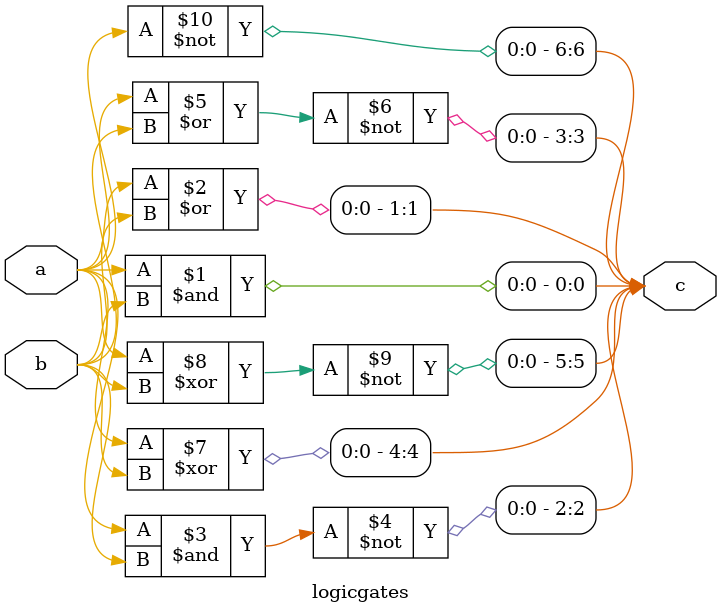
<source format=v>
module logicgates (a,b,c);
   input a;
	input b;
	output [6:0]c;
	      assign c[0]=a&b;
		   assign c[1]=a|b;
		   assign c[2]=~(a&b);
	      assign c[3]=~(a|b);
	      assign c[4]=a^b;
	      assign c[5]=~(a^b);
	      assign c[6]=~a;			
endmodule 
</source>
